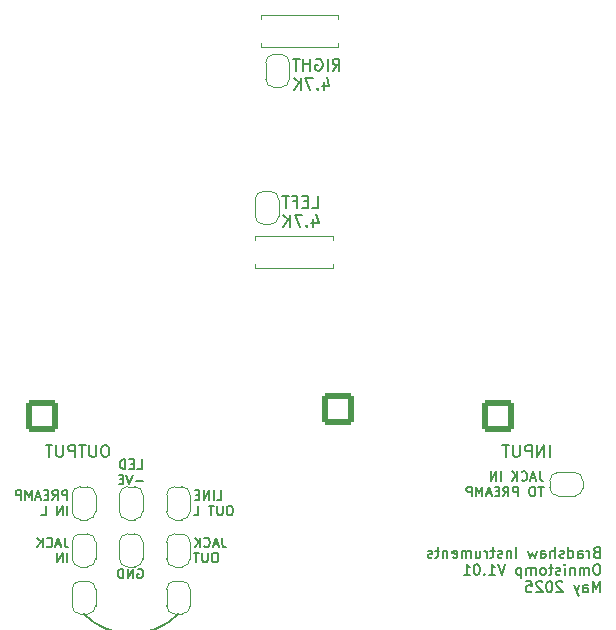
<source format=gbr>
%TF.GenerationSoftware,KiCad,Pcbnew,9.0.1*%
%TF.CreationDate,2025-05-21T23:19:58+01:00*%
%TF.ProjectId,stomp_01,73746f6d-705f-4303-912e-6b696361645f,rev?*%
%TF.SameCoordinates,Original*%
%TF.FileFunction,Legend,Bot*%
%TF.FilePolarity,Positive*%
%FSLAX46Y46*%
G04 Gerber Fmt 4.6, Leading zero omitted, Abs format (unit mm)*
G04 Created by KiCad (PCBNEW 9.0.1) date 2025-05-21 23:19:58*
%MOMM*%
%LPD*%
G01*
G04 APERTURE LIST*
G04 Aperture macros list*
%AMRoundRect*
0 Rectangle with rounded corners*
0 $1 Rounding radius*
0 $2 $3 $4 $5 $6 $7 $8 $9 X,Y pos of 4 corners*
0 Add a 4 corners polygon primitive as box body*
4,1,4,$2,$3,$4,$5,$6,$7,$8,$9,$2,$3,0*
0 Add four circle primitives for the rounded corners*
1,1,$1+$1,$2,$3*
1,1,$1+$1,$4,$5*
1,1,$1+$1,$6,$7*
1,1,$1+$1,$8,$9*
0 Add four rect primitives between the rounded corners*
20,1,$1+$1,$2,$3,$4,$5,0*
20,1,$1+$1,$4,$5,$6,$7,0*
20,1,$1+$1,$6,$7,$8,$9,0*
20,1,$1+$1,$8,$9,$2,$3,0*%
%AMFreePoly0*
4,1,23,0.500000,-0.750000,0.000000,-0.750000,0.000000,-0.745722,-0.065263,-0.745722,-0.191342,-0.711940,-0.304381,-0.646677,-0.396677,-0.554381,-0.461940,-0.441342,-0.495722,-0.315263,-0.495722,-0.250000,-0.500000,-0.250000,-0.500000,0.250000,-0.495722,0.250000,-0.495722,0.315263,-0.461940,0.441342,-0.396677,0.554381,-0.304381,0.646677,-0.191342,0.711940,-0.065263,0.745722,0.000000,0.745722,
0.000000,0.750000,0.500000,0.750000,0.500000,-0.750000,0.500000,-0.750000,$1*%
%AMFreePoly1*
4,1,23,0.000000,0.745722,0.065263,0.745722,0.191342,0.711940,0.304381,0.646677,0.396677,0.554381,0.461940,0.441342,0.495722,0.315263,0.495722,0.250000,0.500000,0.250000,0.500000,-0.250000,0.495722,-0.250000,0.495722,-0.315263,0.461940,-0.441342,0.396677,-0.554381,0.304381,-0.646677,0.191342,-0.711940,0.065263,-0.745722,0.000000,-0.745722,0.000000,-0.750000,-0.500000,-0.750000,
-0.500000,0.750000,0.000000,0.750000,0.000000,0.745722,0.000000,0.745722,$1*%
G04 Aperture macros list end*
%ADD10C,0.150000*%
%ADD11C,0.120000*%
%ADD12C,1.700000*%
%ADD13O,1.700000X1.700000*%
%ADD14C,1.600000*%
%ADD15O,1.600000X1.600000*%
%ADD16C,3.200000*%
%ADD17RoundRect,0.250000X-1.125000X-1.125000X1.125000X-1.125000X1.125000X1.125000X-1.125000X1.125000X0*%
%ADD18C,2.750000*%
%ADD19RoundRect,0.250000X1.125000X1.125000X-1.125000X1.125000X-1.125000X-1.125000X1.125000X-1.125000X0*%
%ADD20R,1.700000X1.700000*%
%ADD21R,2.200000X2.200000*%
%ADD22O,2.200000X2.200000*%
%ADD23R,1.800000X1.800000*%
%ADD24C,1.800000*%
%ADD25O,4.500000X2.800000*%
%ADD26FreePoly0,270.000000*%
%ADD27FreePoly1,270.000000*%
%ADD28FreePoly0,0.000000*%
%ADD29FreePoly1,0.000000*%
%ADD30FreePoly0,90.000000*%
%ADD31FreePoly1,90.000000*%
G04 APERTURE END LIST*
D10*
X94500000Y-127750000D02*
G75*
G02*
X86500000Y-127750000I-4000000J4000001D01*
G01*
X84872268Y-121268318D02*
X84872268Y-121839746D01*
X84872268Y-121839746D02*
X84910363Y-121954032D01*
X84910363Y-121954032D02*
X84986554Y-122030223D01*
X84986554Y-122030223D02*
X85100839Y-122068318D01*
X85100839Y-122068318D02*
X85177030Y-122068318D01*
X84529411Y-121839746D02*
X84148458Y-121839746D01*
X84605601Y-122068318D02*
X84338934Y-121268318D01*
X84338934Y-121268318D02*
X84072268Y-122068318D01*
X83348458Y-121992127D02*
X83386554Y-122030223D01*
X83386554Y-122030223D02*
X83500839Y-122068318D01*
X83500839Y-122068318D02*
X83577030Y-122068318D01*
X83577030Y-122068318D02*
X83691316Y-122030223D01*
X83691316Y-122030223D02*
X83767506Y-121954032D01*
X83767506Y-121954032D02*
X83805601Y-121877842D01*
X83805601Y-121877842D02*
X83843697Y-121725461D01*
X83843697Y-121725461D02*
X83843697Y-121611175D01*
X83843697Y-121611175D02*
X83805601Y-121458794D01*
X83805601Y-121458794D02*
X83767506Y-121382603D01*
X83767506Y-121382603D02*
X83691316Y-121306413D01*
X83691316Y-121306413D02*
X83577030Y-121268318D01*
X83577030Y-121268318D02*
X83500839Y-121268318D01*
X83500839Y-121268318D02*
X83386554Y-121306413D01*
X83386554Y-121306413D02*
X83348458Y-121344508D01*
X83005601Y-122068318D02*
X83005601Y-121268318D01*
X82548458Y-122068318D02*
X82891316Y-121611175D01*
X82548458Y-121268318D02*
X83005601Y-121725461D01*
X85100839Y-123356273D02*
X85100839Y-122556273D01*
X84719887Y-123356273D02*
X84719887Y-122556273D01*
X84719887Y-122556273D02*
X84262744Y-123356273D01*
X84262744Y-123356273D02*
X84262744Y-122556273D01*
X98204874Y-121268318D02*
X98204874Y-121839746D01*
X98204874Y-121839746D02*
X98242969Y-121954032D01*
X98242969Y-121954032D02*
X98319160Y-122030223D01*
X98319160Y-122030223D02*
X98433445Y-122068318D01*
X98433445Y-122068318D02*
X98509636Y-122068318D01*
X97862017Y-121839746D02*
X97481064Y-121839746D01*
X97938207Y-122068318D02*
X97671540Y-121268318D01*
X97671540Y-121268318D02*
X97404874Y-122068318D01*
X96681064Y-121992127D02*
X96719160Y-122030223D01*
X96719160Y-122030223D02*
X96833445Y-122068318D01*
X96833445Y-122068318D02*
X96909636Y-122068318D01*
X96909636Y-122068318D02*
X97023922Y-122030223D01*
X97023922Y-122030223D02*
X97100112Y-121954032D01*
X97100112Y-121954032D02*
X97138207Y-121877842D01*
X97138207Y-121877842D02*
X97176303Y-121725461D01*
X97176303Y-121725461D02*
X97176303Y-121611175D01*
X97176303Y-121611175D02*
X97138207Y-121458794D01*
X97138207Y-121458794D02*
X97100112Y-121382603D01*
X97100112Y-121382603D02*
X97023922Y-121306413D01*
X97023922Y-121306413D02*
X96909636Y-121268318D01*
X96909636Y-121268318D02*
X96833445Y-121268318D01*
X96833445Y-121268318D02*
X96719160Y-121306413D01*
X96719160Y-121306413D02*
X96681064Y-121344508D01*
X96338207Y-122068318D02*
X96338207Y-121268318D01*
X95881064Y-122068318D02*
X96223922Y-121611175D01*
X95881064Y-121268318D02*
X96338207Y-121725461D01*
X97671540Y-122556273D02*
X97519159Y-122556273D01*
X97519159Y-122556273D02*
X97442969Y-122594368D01*
X97442969Y-122594368D02*
X97366778Y-122670558D01*
X97366778Y-122670558D02*
X97328683Y-122822939D01*
X97328683Y-122822939D02*
X97328683Y-123089606D01*
X97328683Y-123089606D02*
X97366778Y-123241987D01*
X97366778Y-123241987D02*
X97442969Y-123318178D01*
X97442969Y-123318178D02*
X97519159Y-123356273D01*
X97519159Y-123356273D02*
X97671540Y-123356273D01*
X97671540Y-123356273D02*
X97747731Y-123318178D01*
X97747731Y-123318178D02*
X97823921Y-123241987D01*
X97823921Y-123241987D02*
X97862017Y-123089606D01*
X97862017Y-123089606D02*
X97862017Y-122822939D01*
X97862017Y-122822939D02*
X97823921Y-122670558D01*
X97823921Y-122670558D02*
X97747731Y-122594368D01*
X97747731Y-122594368D02*
X97671540Y-122556273D01*
X96985826Y-122556273D02*
X96985826Y-123203892D01*
X96985826Y-123203892D02*
X96947731Y-123280082D01*
X96947731Y-123280082D02*
X96909636Y-123318178D01*
X96909636Y-123318178D02*
X96833445Y-123356273D01*
X96833445Y-123356273D02*
X96681064Y-123356273D01*
X96681064Y-123356273D02*
X96604874Y-123318178D01*
X96604874Y-123318178D02*
X96566779Y-123280082D01*
X96566779Y-123280082D02*
X96528683Y-123203892D01*
X96528683Y-123203892D02*
X96528683Y-122556273D01*
X96262017Y-122556273D02*
X95804874Y-122556273D01*
X96033446Y-123356273D02*
X96033446Y-122556273D01*
X91014285Y-115456340D02*
X91395237Y-115456340D01*
X91395237Y-115456340D02*
X91395237Y-114656340D01*
X90747618Y-115037292D02*
X90480952Y-115037292D01*
X90366666Y-115456340D02*
X90747618Y-115456340D01*
X90747618Y-115456340D02*
X90747618Y-114656340D01*
X90747618Y-114656340D02*
X90366666Y-114656340D01*
X90023808Y-115456340D02*
X90023808Y-114656340D01*
X90023808Y-114656340D02*
X89833332Y-114656340D01*
X89833332Y-114656340D02*
X89719046Y-114694435D01*
X89719046Y-114694435D02*
X89642856Y-114770625D01*
X89642856Y-114770625D02*
X89604761Y-114846816D01*
X89604761Y-114846816D02*
X89566665Y-114999197D01*
X89566665Y-114999197D02*
X89566665Y-115113483D01*
X89566665Y-115113483D02*
X89604761Y-115265864D01*
X89604761Y-115265864D02*
X89642856Y-115342054D01*
X89642856Y-115342054D02*
X89719046Y-115418245D01*
X89719046Y-115418245D02*
X89833332Y-115456340D01*
X89833332Y-115456340D02*
X90023808Y-115456340D01*
X91509523Y-116439533D02*
X90900000Y-116439533D01*
X90633333Y-115944295D02*
X90366666Y-116744295D01*
X90366666Y-116744295D02*
X90100000Y-115944295D01*
X89833333Y-116325247D02*
X89566667Y-116325247D01*
X89452381Y-116744295D02*
X89833333Y-116744295D01*
X89833333Y-116744295D02*
X89833333Y-115944295D01*
X89833333Y-115944295D02*
X89452381Y-115944295D01*
X85100839Y-118068318D02*
X85100839Y-117268318D01*
X85100839Y-117268318D02*
X84796077Y-117268318D01*
X84796077Y-117268318D02*
X84719887Y-117306413D01*
X84719887Y-117306413D02*
X84681792Y-117344508D01*
X84681792Y-117344508D02*
X84643696Y-117420699D01*
X84643696Y-117420699D02*
X84643696Y-117534984D01*
X84643696Y-117534984D02*
X84681792Y-117611175D01*
X84681792Y-117611175D02*
X84719887Y-117649270D01*
X84719887Y-117649270D02*
X84796077Y-117687365D01*
X84796077Y-117687365D02*
X85100839Y-117687365D01*
X83843696Y-118068318D02*
X84110363Y-117687365D01*
X84300839Y-118068318D02*
X84300839Y-117268318D01*
X84300839Y-117268318D02*
X83996077Y-117268318D01*
X83996077Y-117268318D02*
X83919887Y-117306413D01*
X83919887Y-117306413D02*
X83881792Y-117344508D01*
X83881792Y-117344508D02*
X83843696Y-117420699D01*
X83843696Y-117420699D02*
X83843696Y-117534984D01*
X83843696Y-117534984D02*
X83881792Y-117611175D01*
X83881792Y-117611175D02*
X83919887Y-117649270D01*
X83919887Y-117649270D02*
X83996077Y-117687365D01*
X83996077Y-117687365D02*
X84300839Y-117687365D01*
X83500839Y-117649270D02*
X83234173Y-117649270D01*
X83119887Y-118068318D02*
X83500839Y-118068318D01*
X83500839Y-118068318D02*
X83500839Y-117268318D01*
X83500839Y-117268318D02*
X83119887Y-117268318D01*
X82815125Y-117839746D02*
X82434172Y-117839746D01*
X82891315Y-118068318D02*
X82624648Y-117268318D01*
X82624648Y-117268318D02*
X82357982Y-118068318D01*
X82091315Y-118068318D02*
X82091315Y-117268318D01*
X82091315Y-117268318D02*
X81824649Y-117839746D01*
X81824649Y-117839746D02*
X81557982Y-117268318D01*
X81557982Y-117268318D02*
X81557982Y-118068318D01*
X81177029Y-118068318D02*
X81177029Y-117268318D01*
X81177029Y-117268318D02*
X80872267Y-117268318D01*
X80872267Y-117268318D02*
X80796077Y-117306413D01*
X80796077Y-117306413D02*
X80757982Y-117344508D01*
X80757982Y-117344508D02*
X80719886Y-117420699D01*
X80719886Y-117420699D02*
X80719886Y-117534984D01*
X80719886Y-117534984D02*
X80757982Y-117611175D01*
X80757982Y-117611175D02*
X80796077Y-117649270D01*
X80796077Y-117649270D02*
X80872267Y-117687365D01*
X80872267Y-117687365D02*
X81177029Y-117687365D01*
X85100839Y-119356273D02*
X85100839Y-118556273D01*
X84719887Y-119356273D02*
X84719887Y-118556273D01*
X84719887Y-118556273D02*
X84262744Y-119356273D01*
X84262744Y-119356273D02*
X84262744Y-118556273D01*
X82891316Y-119356273D02*
X83272268Y-119356273D01*
X83272268Y-119356273D02*
X83272268Y-118556273D01*
X107574874Y-81727347D02*
X107908207Y-81251156D01*
X108146302Y-81727347D02*
X108146302Y-80727347D01*
X108146302Y-80727347D02*
X107765350Y-80727347D01*
X107765350Y-80727347D02*
X107670112Y-80774966D01*
X107670112Y-80774966D02*
X107622493Y-80822585D01*
X107622493Y-80822585D02*
X107574874Y-80917823D01*
X107574874Y-80917823D02*
X107574874Y-81060680D01*
X107574874Y-81060680D02*
X107622493Y-81155918D01*
X107622493Y-81155918D02*
X107670112Y-81203537D01*
X107670112Y-81203537D02*
X107765350Y-81251156D01*
X107765350Y-81251156D02*
X108146302Y-81251156D01*
X107146302Y-81727347D02*
X107146302Y-80727347D01*
X106146303Y-80774966D02*
X106241541Y-80727347D01*
X106241541Y-80727347D02*
X106384398Y-80727347D01*
X106384398Y-80727347D02*
X106527255Y-80774966D01*
X106527255Y-80774966D02*
X106622493Y-80870204D01*
X106622493Y-80870204D02*
X106670112Y-80965442D01*
X106670112Y-80965442D02*
X106717731Y-81155918D01*
X106717731Y-81155918D02*
X106717731Y-81298775D01*
X106717731Y-81298775D02*
X106670112Y-81489251D01*
X106670112Y-81489251D02*
X106622493Y-81584489D01*
X106622493Y-81584489D02*
X106527255Y-81679728D01*
X106527255Y-81679728D02*
X106384398Y-81727347D01*
X106384398Y-81727347D02*
X106289160Y-81727347D01*
X106289160Y-81727347D02*
X106146303Y-81679728D01*
X106146303Y-81679728D02*
X106098684Y-81632108D01*
X106098684Y-81632108D02*
X106098684Y-81298775D01*
X106098684Y-81298775D02*
X106289160Y-81298775D01*
X105670112Y-81727347D02*
X105670112Y-80727347D01*
X105670112Y-81203537D02*
X105098684Y-81203537D01*
X105098684Y-81727347D02*
X105098684Y-80727347D01*
X104765350Y-80727347D02*
X104193922Y-80727347D01*
X104479636Y-81727347D02*
X104479636Y-80727347D01*
X106812969Y-82670624D02*
X106812969Y-83337291D01*
X107051064Y-82289672D02*
X107289159Y-83003957D01*
X107289159Y-83003957D02*
X106670112Y-83003957D01*
X106289159Y-83242052D02*
X106241540Y-83289672D01*
X106241540Y-83289672D02*
X106289159Y-83337291D01*
X106289159Y-83337291D02*
X106336778Y-83289672D01*
X106336778Y-83289672D02*
X106289159Y-83242052D01*
X106289159Y-83242052D02*
X106289159Y-83337291D01*
X105908207Y-82337291D02*
X105241541Y-82337291D01*
X105241541Y-82337291D02*
X105670112Y-83337291D01*
X104860588Y-83337291D02*
X104860588Y-82337291D01*
X104289160Y-83337291D02*
X104717731Y-82765862D01*
X104289160Y-82337291D02*
X104860588Y-82908719D01*
X97747731Y-118068318D02*
X98128683Y-118068318D01*
X98128683Y-118068318D02*
X98128683Y-117268318D01*
X97481064Y-118068318D02*
X97481064Y-117268318D01*
X97100112Y-118068318D02*
X97100112Y-117268318D01*
X97100112Y-117268318D02*
X96642969Y-118068318D01*
X96642969Y-118068318D02*
X96642969Y-117268318D01*
X96262017Y-117649270D02*
X95995351Y-117649270D01*
X95881065Y-118068318D02*
X96262017Y-118068318D01*
X96262017Y-118068318D02*
X96262017Y-117268318D01*
X96262017Y-117268318D02*
X95881065Y-117268318D01*
X98928683Y-118556273D02*
X98776302Y-118556273D01*
X98776302Y-118556273D02*
X98700112Y-118594368D01*
X98700112Y-118594368D02*
X98623921Y-118670558D01*
X98623921Y-118670558D02*
X98585826Y-118822939D01*
X98585826Y-118822939D02*
X98585826Y-119089606D01*
X98585826Y-119089606D02*
X98623921Y-119241987D01*
X98623921Y-119241987D02*
X98700112Y-119318178D01*
X98700112Y-119318178D02*
X98776302Y-119356273D01*
X98776302Y-119356273D02*
X98928683Y-119356273D01*
X98928683Y-119356273D02*
X99004874Y-119318178D01*
X99004874Y-119318178D02*
X99081064Y-119241987D01*
X99081064Y-119241987D02*
X99119160Y-119089606D01*
X99119160Y-119089606D02*
X99119160Y-118822939D01*
X99119160Y-118822939D02*
X99081064Y-118670558D01*
X99081064Y-118670558D02*
X99004874Y-118594368D01*
X99004874Y-118594368D02*
X98928683Y-118556273D01*
X98242969Y-118556273D02*
X98242969Y-119203892D01*
X98242969Y-119203892D02*
X98204874Y-119280082D01*
X98204874Y-119280082D02*
X98166779Y-119318178D01*
X98166779Y-119318178D02*
X98090588Y-119356273D01*
X98090588Y-119356273D02*
X97938207Y-119356273D01*
X97938207Y-119356273D02*
X97862017Y-119318178D01*
X97862017Y-119318178D02*
X97823922Y-119280082D01*
X97823922Y-119280082D02*
X97785826Y-119203892D01*
X97785826Y-119203892D02*
X97785826Y-118556273D01*
X97519160Y-118556273D02*
X97062017Y-118556273D01*
X97290589Y-119356273D02*
X97290589Y-118556273D01*
X95804874Y-119356273D02*
X96185826Y-119356273D01*
X96185826Y-119356273D02*
X96185826Y-118556273D01*
X88404761Y-113454819D02*
X88214285Y-113454819D01*
X88214285Y-113454819D02*
X88119047Y-113502438D01*
X88119047Y-113502438D02*
X88023809Y-113597676D01*
X88023809Y-113597676D02*
X87976190Y-113788152D01*
X87976190Y-113788152D02*
X87976190Y-114121485D01*
X87976190Y-114121485D02*
X88023809Y-114311961D01*
X88023809Y-114311961D02*
X88119047Y-114407200D01*
X88119047Y-114407200D02*
X88214285Y-114454819D01*
X88214285Y-114454819D02*
X88404761Y-114454819D01*
X88404761Y-114454819D02*
X88499999Y-114407200D01*
X88499999Y-114407200D02*
X88595237Y-114311961D01*
X88595237Y-114311961D02*
X88642856Y-114121485D01*
X88642856Y-114121485D02*
X88642856Y-113788152D01*
X88642856Y-113788152D02*
X88595237Y-113597676D01*
X88595237Y-113597676D02*
X88499999Y-113502438D01*
X88499999Y-113502438D02*
X88404761Y-113454819D01*
X87547618Y-113454819D02*
X87547618Y-114264342D01*
X87547618Y-114264342D02*
X87499999Y-114359580D01*
X87499999Y-114359580D02*
X87452380Y-114407200D01*
X87452380Y-114407200D02*
X87357142Y-114454819D01*
X87357142Y-114454819D02*
X87166666Y-114454819D01*
X87166666Y-114454819D02*
X87071428Y-114407200D01*
X87071428Y-114407200D02*
X87023809Y-114359580D01*
X87023809Y-114359580D02*
X86976190Y-114264342D01*
X86976190Y-114264342D02*
X86976190Y-113454819D01*
X86642856Y-113454819D02*
X86071428Y-113454819D01*
X86357142Y-114454819D02*
X86357142Y-113454819D01*
X85738094Y-114454819D02*
X85738094Y-113454819D01*
X85738094Y-113454819D02*
X85357142Y-113454819D01*
X85357142Y-113454819D02*
X85261904Y-113502438D01*
X85261904Y-113502438D02*
X85214285Y-113550057D01*
X85214285Y-113550057D02*
X85166666Y-113645295D01*
X85166666Y-113645295D02*
X85166666Y-113788152D01*
X85166666Y-113788152D02*
X85214285Y-113883390D01*
X85214285Y-113883390D02*
X85261904Y-113931009D01*
X85261904Y-113931009D02*
X85357142Y-113978628D01*
X85357142Y-113978628D02*
X85738094Y-113978628D01*
X84738094Y-113454819D02*
X84738094Y-114264342D01*
X84738094Y-114264342D02*
X84690475Y-114359580D01*
X84690475Y-114359580D02*
X84642856Y-114407200D01*
X84642856Y-114407200D02*
X84547618Y-114454819D01*
X84547618Y-114454819D02*
X84357142Y-114454819D01*
X84357142Y-114454819D02*
X84261904Y-114407200D01*
X84261904Y-114407200D02*
X84214285Y-114359580D01*
X84214285Y-114359580D02*
X84166666Y-114264342D01*
X84166666Y-114264342D02*
X84166666Y-113454819D01*
X83833332Y-113454819D02*
X83261904Y-113454819D01*
X83547618Y-114454819D02*
X83547618Y-113454819D01*
X125082268Y-115668318D02*
X125082268Y-116239746D01*
X125082268Y-116239746D02*
X125120363Y-116354032D01*
X125120363Y-116354032D02*
X125196554Y-116430223D01*
X125196554Y-116430223D02*
X125310839Y-116468318D01*
X125310839Y-116468318D02*
X125387030Y-116468318D01*
X124739411Y-116239746D02*
X124358458Y-116239746D01*
X124815601Y-116468318D02*
X124548934Y-115668318D01*
X124548934Y-115668318D02*
X124282268Y-116468318D01*
X123558458Y-116392127D02*
X123596554Y-116430223D01*
X123596554Y-116430223D02*
X123710839Y-116468318D01*
X123710839Y-116468318D02*
X123787030Y-116468318D01*
X123787030Y-116468318D02*
X123901316Y-116430223D01*
X123901316Y-116430223D02*
X123977506Y-116354032D01*
X123977506Y-116354032D02*
X124015601Y-116277842D01*
X124015601Y-116277842D02*
X124053697Y-116125461D01*
X124053697Y-116125461D02*
X124053697Y-116011175D01*
X124053697Y-116011175D02*
X124015601Y-115858794D01*
X124015601Y-115858794D02*
X123977506Y-115782603D01*
X123977506Y-115782603D02*
X123901316Y-115706413D01*
X123901316Y-115706413D02*
X123787030Y-115668318D01*
X123787030Y-115668318D02*
X123710839Y-115668318D01*
X123710839Y-115668318D02*
X123596554Y-115706413D01*
X123596554Y-115706413D02*
X123558458Y-115744508D01*
X123215601Y-116468318D02*
X123215601Y-115668318D01*
X122758458Y-116468318D02*
X123101316Y-116011175D01*
X122758458Y-115668318D02*
X123215601Y-116125461D01*
X121806077Y-116468318D02*
X121806077Y-115668318D01*
X121425125Y-116468318D02*
X121425125Y-115668318D01*
X121425125Y-115668318D02*
X120967982Y-116468318D01*
X120967982Y-116468318D02*
X120967982Y-115668318D01*
X125425125Y-116956273D02*
X124967982Y-116956273D01*
X125196554Y-117756273D02*
X125196554Y-116956273D01*
X124548934Y-116956273D02*
X124396553Y-116956273D01*
X124396553Y-116956273D02*
X124320363Y-116994368D01*
X124320363Y-116994368D02*
X124244172Y-117070558D01*
X124244172Y-117070558D02*
X124206077Y-117222939D01*
X124206077Y-117222939D02*
X124206077Y-117489606D01*
X124206077Y-117489606D02*
X124244172Y-117641987D01*
X124244172Y-117641987D02*
X124320363Y-117718178D01*
X124320363Y-117718178D02*
X124396553Y-117756273D01*
X124396553Y-117756273D02*
X124548934Y-117756273D01*
X124548934Y-117756273D02*
X124625125Y-117718178D01*
X124625125Y-117718178D02*
X124701315Y-117641987D01*
X124701315Y-117641987D02*
X124739411Y-117489606D01*
X124739411Y-117489606D02*
X124739411Y-117222939D01*
X124739411Y-117222939D02*
X124701315Y-117070558D01*
X124701315Y-117070558D02*
X124625125Y-116994368D01*
X124625125Y-116994368D02*
X124548934Y-116956273D01*
X123253696Y-117756273D02*
X123253696Y-116956273D01*
X123253696Y-116956273D02*
X122948934Y-116956273D01*
X122948934Y-116956273D02*
X122872744Y-116994368D01*
X122872744Y-116994368D02*
X122834649Y-117032463D01*
X122834649Y-117032463D02*
X122796553Y-117108654D01*
X122796553Y-117108654D02*
X122796553Y-117222939D01*
X122796553Y-117222939D02*
X122834649Y-117299130D01*
X122834649Y-117299130D02*
X122872744Y-117337225D01*
X122872744Y-117337225D02*
X122948934Y-117375320D01*
X122948934Y-117375320D02*
X123253696Y-117375320D01*
X121996553Y-117756273D02*
X122263220Y-117375320D01*
X122453696Y-117756273D02*
X122453696Y-116956273D01*
X122453696Y-116956273D02*
X122148934Y-116956273D01*
X122148934Y-116956273D02*
X122072744Y-116994368D01*
X122072744Y-116994368D02*
X122034649Y-117032463D01*
X122034649Y-117032463D02*
X121996553Y-117108654D01*
X121996553Y-117108654D02*
X121996553Y-117222939D01*
X121996553Y-117222939D02*
X122034649Y-117299130D01*
X122034649Y-117299130D02*
X122072744Y-117337225D01*
X122072744Y-117337225D02*
X122148934Y-117375320D01*
X122148934Y-117375320D02*
X122453696Y-117375320D01*
X121653696Y-117337225D02*
X121387030Y-117337225D01*
X121272744Y-117756273D02*
X121653696Y-117756273D01*
X121653696Y-117756273D02*
X121653696Y-116956273D01*
X121653696Y-116956273D02*
X121272744Y-116956273D01*
X120967982Y-117527701D02*
X120587029Y-117527701D01*
X121044172Y-117756273D02*
X120777505Y-116956273D01*
X120777505Y-116956273D02*
X120510839Y-117756273D01*
X120244172Y-117756273D02*
X120244172Y-116956273D01*
X120244172Y-116956273D02*
X119977506Y-117527701D01*
X119977506Y-117527701D02*
X119710839Y-116956273D01*
X119710839Y-116956273D02*
X119710839Y-117756273D01*
X119329886Y-117756273D02*
X119329886Y-116956273D01*
X119329886Y-116956273D02*
X119025124Y-116956273D01*
X119025124Y-116956273D02*
X118948934Y-116994368D01*
X118948934Y-116994368D02*
X118910839Y-117032463D01*
X118910839Y-117032463D02*
X118872743Y-117108654D01*
X118872743Y-117108654D02*
X118872743Y-117222939D01*
X118872743Y-117222939D02*
X118910839Y-117299130D01*
X118910839Y-117299130D02*
X118948934Y-117337225D01*
X118948934Y-117337225D02*
X119025124Y-117375320D01*
X119025124Y-117375320D02*
X119329886Y-117375320D01*
X129887030Y-122512728D02*
X129758458Y-122555585D01*
X129758458Y-122555585D02*
X129715601Y-122598442D01*
X129715601Y-122598442D02*
X129672744Y-122684157D01*
X129672744Y-122684157D02*
X129672744Y-122812728D01*
X129672744Y-122812728D02*
X129715601Y-122898442D01*
X129715601Y-122898442D02*
X129758458Y-122941300D01*
X129758458Y-122941300D02*
X129844173Y-122984157D01*
X129844173Y-122984157D02*
X130187030Y-122984157D01*
X130187030Y-122984157D02*
X130187030Y-122084157D01*
X130187030Y-122084157D02*
X129887030Y-122084157D01*
X129887030Y-122084157D02*
X129801316Y-122127014D01*
X129801316Y-122127014D02*
X129758458Y-122169871D01*
X129758458Y-122169871D02*
X129715601Y-122255585D01*
X129715601Y-122255585D02*
X129715601Y-122341300D01*
X129715601Y-122341300D02*
X129758458Y-122427014D01*
X129758458Y-122427014D02*
X129801316Y-122469871D01*
X129801316Y-122469871D02*
X129887030Y-122512728D01*
X129887030Y-122512728D02*
X130187030Y-122512728D01*
X129287030Y-122984157D02*
X129287030Y-122384157D01*
X129287030Y-122555585D02*
X129244173Y-122469871D01*
X129244173Y-122469871D02*
X129201316Y-122427014D01*
X129201316Y-122427014D02*
X129115601Y-122384157D01*
X129115601Y-122384157D02*
X129029887Y-122384157D01*
X128344173Y-122984157D02*
X128344173Y-122512728D01*
X128344173Y-122512728D02*
X128387030Y-122427014D01*
X128387030Y-122427014D02*
X128472744Y-122384157D01*
X128472744Y-122384157D02*
X128644173Y-122384157D01*
X128644173Y-122384157D02*
X128729887Y-122427014D01*
X128344173Y-122941300D02*
X128429887Y-122984157D01*
X128429887Y-122984157D02*
X128644173Y-122984157D01*
X128644173Y-122984157D02*
X128729887Y-122941300D01*
X128729887Y-122941300D02*
X128772744Y-122855585D01*
X128772744Y-122855585D02*
X128772744Y-122769871D01*
X128772744Y-122769871D02*
X128729887Y-122684157D01*
X128729887Y-122684157D02*
X128644173Y-122641300D01*
X128644173Y-122641300D02*
X128429887Y-122641300D01*
X128429887Y-122641300D02*
X128344173Y-122598442D01*
X127529887Y-122984157D02*
X127529887Y-122084157D01*
X127529887Y-122941300D02*
X127615601Y-122984157D01*
X127615601Y-122984157D02*
X127787029Y-122984157D01*
X127787029Y-122984157D02*
X127872744Y-122941300D01*
X127872744Y-122941300D02*
X127915601Y-122898442D01*
X127915601Y-122898442D02*
X127958458Y-122812728D01*
X127958458Y-122812728D02*
X127958458Y-122555585D01*
X127958458Y-122555585D02*
X127915601Y-122469871D01*
X127915601Y-122469871D02*
X127872744Y-122427014D01*
X127872744Y-122427014D02*
X127787029Y-122384157D01*
X127787029Y-122384157D02*
X127615601Y-122384157D01*
X127615601Y-122384157D02*
X127529887Y-122427014D01*
X127144172Y-122941300D02*
X127058458Y-122984157D01*
X127058458Y-122984157D02*
X126887029Y-122984157D01*
X126887029Y-122984157D02*
X126801315Y-122941300D01*
X126801315Y-122941300D02*
X126758458Y-122855585D01*
X126758458Y-122855585D02*
X126758458Y-122812728D01*
X126758458Y-122812728D02*
X126801315Y-122727014D01*
X126801315Y-122727014D02*
X126887029Y-122684157D01*
X126887029Y-122684157D02*
X127015601Y-122684157D01*
X127015601Y-122684157D02*
X127101315Y-122641300D01*
X127101315Y-122641300D02*
X127144172Y-122555585D01*
X127144172Y-122555585D02*
X127144172Y-122512728D01*
X127144172Y-122512728D02*
X127101315Y-122427014D01*
X127101315Y-122427014D02*
X127015601Y-122384157D01*
X127015601Y-122384157D02*
X126887029Y-122384157D01*
X126887029Y-122384157D02*
X126801315Y-122427014D01*
X126372744Y-122984157D02*
X126372744Y-122084157D01*
X125987030Y-122984157D02*
X125987030Y-122512728D01*
X125987030Y-122512728D02*
X126029887Y-122427014D01*
X126029887Y-122427014D02*
X126115601Y-122384157D01*
X126115601Y-122384157D02*
X126244172Y-122384157D01*
X126244172Y-122384157D02*
X126329887Y-122427014D01*
X126329887Y-122427014D02*
X126372744Y-122469871D01*
X125172744Y-122984157D02*
X125172744Y-122512728D01*
X125172744Y-122512728D02*
X125215601Y-122427014D01*
X125215601Y-122427014D02*
X125301315Y-122384157D01*
X125301315Y-122384157D02*
X125472744Y-122384157D01*
X125472744Y-122384157D02*
X125558458Y-122427014D01*
X125172744Y-122941300D02*
X125258458Y-122984157D01*
X125258458Y-122984157D02*
X125472744Y-122984157D01*
X125472744Y-122984157D02*
X125558458Y-122941300D01*
X125558458Y-122941300D02*
X125601315Y-122855585D01*
X125601315Y-122855585D02*
X125601315Y-122769871D01*
X125601315Y-122769871D02*
X125558458Y-122684157D01*
X125558458Y-122684157D02*
X125472744Y-122641300D01*
X125472744Y-122641300D02*
X125258458Y-122641300D01*
X125258458Y-122641300D02*
X125172744Y-122598442D01*
X124829886Y-122384157D02*
X124658458Y-122984157D01*
X124658458Y-122984157D02*
X124487029Y-122555585D01*
X124487029Y-122555585D02*
X124315600Y-122984157D01*
X124315600Y-122984157D02*
X124144172Y-122384157D01*
X123115601Y-122984157D02*
X123115601Y-122084157D01*
X122687030Y-122384157D02*
X122687030Y-122984157D01*
X122687030Y-122469871D02*
X122644173Y-122427014D01*
X122644173Y-122427014D02*
X122558458Y-122384157D01*
X122558458Y-122384157D02*
X122429887Y-122384157D01*
X122429887Y-122384157D02*
X122344173Y-122427014D01*
X122344173Y-122427014D02*
X122301316Y-122512728D01*
X122301316Y-122512728D02*
X122301316Y-122984157D01*
X121915601Y-122941300D02*
X121829887Y-122984157D01*
X121829887Y-122984157D02*
X121658458Y-122984157D01*
X121658458Y-122984157D02*
X121572744Y-122941300D01*
X121572744Y-122941300D02*
X121529887Y-122855585D01*
X121529887Y-122855585D02*
X121529887Y-122812728D01*
X121529887Y-122812728D02*
X121572744Y-122727014D01*
X121572744Y-122727014D02*
X121658458Y-122684157D01*
X121658458Y-122684157D02*
X121787030Y-122684157D01*
X121787030Y-122684157D02*
X121872744Y-122641300D01*
X121872744Y-122641300D02*
X121915601Y-122555585D01*
X121915601Y-122555585D02*
X121915601Y-122512728D01*
X121915601Y-122512728D02*
X121872744Y-122427014D01*
X121872744Y-122427014D02*
X121787030Y-122384157D01*
X121787030Y-122384157D02*
X121658458Y-122384157D01*
X121658458Y-122384157D02*
X121572744Y-122427014D01*
X121272744Y-122384157D02*
X120929887Y-122384157D01*
X121144173Y-122084157D02*
X121144173Y-122855585D01*
X121144173Y-122855585D02*
X121101316Y-122941300D01*
X121101316Y-122941300D02*
X121015601Y-122984157D01*
X121015601Y-122984157D02*
X120929887Y-122984157D01*
X120629887Y-122984157D02*
X120629887Y-122384157D01*
X120629887Y-122555585D02*
X120587030Y-122469871D01*
X120587030Y-122469871D02*
X120544173Y-122427014D01*
X120544173Y-122427014D02*
X120458458Y-122384157D01*
X120458458Y-122384157D02*
X120372744Y-122384157D01*
X119687030Y-122384157D02*
X119687030Y-122984157D01*
X120072744Y-122384157D02*
X120072744Y-122855585D01*
X120072744Y-122855585D02*
X120029887Y-122941300D01*
X120029887Y-122941300D02*
X119944172Y-122984157D01*
X119944172Y-122984157D02*
X119815601Y-122984157D01*
X119815601Y-122984157D02*
X119729887Y-122941300D01*
X119729887Y-122941300D02*
X119687030Y-122898442D01*
X119258458Y-122984157D02*
X119258458Y-122384157D01*
X119258458Y-122469871D02*
X119215601Y-122427014D01*
X119215601Y-122427014D02*
X119129886Y-122384157D01*
X119129886Y-122384157D02*
X119001315Y-122384157D01*
X119001315Y-122384157D02*
X118915601Y-122427014D01*
X118915601Y-122427014D02*
X118872744Y-122512728D01*
X118872744Y-122512728D02*
X118872744Y-122984157D01*
X118872744Y-122512728D02*
X118829886Y-122427014D01*
X118829886Y-122427014D02*
X118744172Y-122384157D01*
X118744172Y-122384157D02*
X118615601Y-122384157D01*
X118615601Y-122384157D02*
X118529886Y-122427014D01*
X118529886Y-122427014D02*
X118487029Y-122512728D01*
X118487029Y-122512728D02*
X118487029Y-122984157D01*
X117715601Y-122941300D02*
X117801315Y-122984157D01*
X117801315Y-122984157D02*
X117972744Y-122984157D01*
X117972744Y-122984157D02*
X118058458Y-122941300D01*
X118058458Y-122941300D02*
X118101315Y-122855585D01*
X118101315Y-122855585D02*
X118101315Y-122512728D01*
X118101315Y-122512728D02*
X118058458Y-122427014D01*
X118058458Y-122427014D02*
X117972744Y-122384157D01*
X117972744Y-122384157D02*
X117801315Y-122384157D01*
X117801315Y-122384157D02*
X117715601Y-122427014D01*
X117715601Y-122427014D02*
X117672744Y-122512728D01*
X117672744Y-122512728D02*
X117672744Y-122598442D01*
X117672744Y-122598442D02*
X118101315Y-122684157D01*
X117287029Y-122384157D02*
X117287029Y-122984157D01*
X117287029Y-122469871D02*
X117244172Y-122427014D01*
X117244172Y-122427014D02*
X117158457Y-122384157D01*
X117158457Y-122384157D02*
X117029886Y-122384157D01*
X117029886Y-122384157D02*
X116944172Y-122427014D01*
X116944172Y-122427014D02*
X116901315Y-122512728D01*
X116901315Y-122512728D02*
X116901315Y-122984157D01*
X116601314Y-122384157D02*
X116258457Y-122384157D01*
X116472743Y-122084157D02*
X116472743Y-122855585D01*
X116472743Y-122855585D02*
X116429886Y-122941300D01*
X116429886Y-122941300D02*
X116344171Y-122984157D01*
X116344171Y-122984157D02*
X116258457Y-122984157D01*
X116001314Y-122941300D02*
X115915600Y-122984157D01*
X115915600Y-122984157D02*
X115744171Y-122984157D01*
X115744171Y-122984157D02*
X115658457Y-122941300D01*
X115658457Y-122941300D02*
X115615600Y-122855585D01*
X115615600Y-122855585D02*
X115615600Y-122812728D01*
X115615600Y-122812728D02*
X115658457Y-122727014D01*
X115658457Y-122727014D02*
X115744171Y-122684157D01*
X115744171Y-122684157D02*
X115872743Y-122684157D01*
X115872743Y-122684157D02*
X115958457Y-122641300D01*
X115958457Y-122641300D02*
X116001314Y-122555585D01*
X116001314Y-122555585D02*
X116001314Y-122512728D01*
X116001314Y-122512728D02*
X115958457Y-122427014D01*
X115958457Y-122427014D02*
X115872743Y-122384157D01*
X115872743Y-122384157D02*
X115744171Y-122384157D01*
X115744171Y-122384157D02*
X115658457Y-122427014D01*
X130015601Y-123533107D02*
X129844173Y-123533107D01*
X129844173Y-123533107D02*
X129758458Y-123575964D01*
X129758458Y-123575964D02*
X129672744Y-123661678D01*
X129672744Y-123661678D02*
X129629887Y-123833107D01*
X129629887Y-123833107D02*
X129629887Y-124133107D01*
X129629887Y-124133107D02*
X129672744Y-124304535D01*
X129672744Y-124304535D02*
X129758458Y-124390250D01*
X129758458Y-124390250D02*
X129844173Y-124433107D01*
X129844173Y-124433107D02*
X130015601Y-124433107D01*
X130015601Y-124433107D02*
X130101316Y-124390250D01*
X130101316Y-124390250D02*
X130187030Y-124304535D01*
X130187030Y-124304535D02*
X130229887Y-124133107D01*
X130229887Y-124133107D02*
X130229887Y-123833107D01*
X130229887Y-123833107D02*
X130187030Y-123661678D01*
X130187030Y-123661678D02*
X130101316Y-123575964D01*
X130101316Y-123575964D02*
X130015601Y-123533107D01*
X129244173Y-124433107D02*
X129244173Y-123833107D01*
X129244173Y-123918821D02*
X129201316Y-123875964D01*
X129201316Y-123875964D02*
X129115601Y-123833107D01*
X129115601Y-123833107D02*
X128987030Y-123833107D01*
X128987030Y-123833107D02*
X128901316Y-123875964D01*
X128901316Y-123875964D02*
X128858459Y-123961678D01*
X128858459Y-123961678D02*
X128858459Y-124433107D01*
X128858459Y-123961678D02*
X128815601Y-123875964D01*
X128815601Y-123875964D02*
X128729887Y-123833107D01*
X128729887Y-123833107D02*
X128601316Y-123833107D01*
X128601316Y-123833107D02*
X128515601Y-123875964D01*
X128515601Y-123875964D02*
X128472744Y-123961678D01*
X128472744Y-123961678D02*
X128472744Y-124433107D01*
X128044173Y-123833107D02*
X128044173Y-124433107D01*
X128044173Y-123918821D02*
X128001316Y-123875964D01*
X128001316Y-123875964D02*
X127915601Y-123833107D01*
X127915601Y-123833107D02*
X127787030Y-123833107D01*
X127787030Y-123833107D02*
X127701316Y-123875964D01*
X127701316Y-123875964D02*
X127658459Y-123961678D01*
X127658459Y-123961678D02*
X127658459Y-124433107D01*
X127229887Y-124433107D02*
X127229887Y-123833107D01*
X127229887Y-123533107D02*
X127272744Y-123575964D01*
X127272744Y-123575964D02*
X127229887Y-123618821D01*
X127229887Y-123618821D02*
X127187030Y-123575964D01*
X127187030Y-123575964D02*
X127229887Y-123533107D01*
X127229887Y-123533107D02*
X127229887Y-123618821D01*
X126844173Y-124390250D02*
X126758459Y-124433107D01*
X126758459Y-124433107D02*
X126587030Y-124433107D01*
X126587030Y-124433107D02*
X126501316Y-124390250D01*
X126501316Y-124390250D02*
X126458459Y-124304535D01*
X126458459Y-124304535D02*
X126458459Y-124261678D01*
X126458459Y-124261678D02*
X126501316Y-124175964D01*
X126501316Y-124175964D02*
X126587030Y-124133107D01*
X126587030Y-124133107D02*
X126715602Y-124133107D01*
X126715602Y-124133107D02*
X126801316Y-124090250D01*
X126801316Y-124090250D02*
X126844173Y-124004535D01*
X126844173Y-124004535D02*
X126844173Y-123961678D01*
X126844173Y-123961678D02*
X126801316Y-123875964D01*
X126801316Y-123875964D02*
X126715602Y-123833107D01*
X126715602Y-123833107D02*
X126587030Y-123833107D01*
X126587030Y-123833107D02*
X126501316Y-123875964D01*
X126201316Y-123833107D02*
X125858459Y-123833107D01*
X126072745Y-123533107D02*
X126072745Y-124304535D01*
X126072745Y-124304535D02*
X126029888Y-124390250D01*
X126029888Y-124390250D02*
X125944173Y-124433107D01*
X125944173Y-124433107D02*
X125858459Y-124433107D01*
X125429887Y-124433107D02*
X125515602Y-124390250D01*
X125515602Y-124390250D02*
X125558459Y-124347392D01*
X125558459Y-124347392D02*
X125601316Y-124261678D01*
X125601316Y-124261678D02*
X125601316Y-124004535D01*
X125601316Y-124004535D02*
X125558459Y-123918821D01*
X125558459Y-123918821D02*
X125515602Y-123875964D01*
X125515602Y-123875964D02*
X125429887Y-123833107D01*
X125429887Y-123833107D02*
X125301316Y-123833107D01*
X125301316Y-123833107D02*
X125215602Y-123875964D01*
X125215602Y-123875964D02*
X125172745Y-123918821D01*
X125172745Y-123918821D02*
X125129887Y-124004535D01*
X125129887Y-124004535D02*
X125129887Y-124261678D01*
X125129887Y-124261678D02*
X125172745Y-124347392D01*
X125172745Y-124347392D02*
X125215602Y-124390250D01*
X125215602Y-124390250D02*
X125301316Y-124433107D01*
X125301316Y-124433107D02*
X125429887Y-124433107D01*
X124744173Y-124433107D02*
X124744173Y-123833107D01*
X124744173Y-123918821D02*
X124701316Y-123875964D01*
X124701316Y-123875964D02*
X124615601Y-123833107D01*
X124615601Y-123833107D02*
X124487030Y-123833107D01*
X124487030Y-123833107D02*
X124401316Y-123875964D01*
X124401316Y-123875964D02*
X124358459Y-123961678D01*
X124358459Y-123961678D02*
X124358459Y-124433107D01*
X124358459Y-123961678D02*
X124315601Y-123875964D01*
X124315601Y-123875964D02*
X124229887Y-123833107D01*
X124229887Y-123833107D02*
X124101316Y-123833107D01*
X124101316Y-123833107D02*
X124015601Y-123875964D01*
X124015601Y-123875964D02*
X123972744Y-123961678D01*
X123972744Y-123961678D02*
X123972744Y-124433107D01*
X123544173Y-123833107D02*
X123544173Y-124733107D01*
X123544173Y-123875964D02*
X123458459Y-123833107D01*
X123458459Y-123833107D02*
X123287030Y-123833107D01*
X123287030Y-123833107D02*
X123201316Y-123875964D01*
X123201316Y-123875964D02*
X123158459Y-123918821D01*
X123158459Y-123918821D02*
X123115601Y-124004535D01*
X123115601Y-124004535D02*
X123115601Y-124261678D01*
X123115601Y-124261678D02*
X123158459Y-124347392D01*
X123158459Y-124347392D02*
X123201316Y-124390250D01*
X123201316Y-124390250D02*
X123287030Y-124433107D01*
X123287030Y-124433107D02*
X123458459Y-124433107D01*
X123458459Y-124433107D02*
X123544173Y-124390250D01*
X122172744Y-123533107D02*
X121872744Y-124433107D01*
X121872744Y-124433107D02*
X121572744Y-123533107D01*
X120801315Y-124433107D02*
X121315601Y-124433107D01*
X121058458Y-124433107D02*
X121058458Y-123533107D01*
X121058458Y-123533107D02*
X121144172Y-123661678D01*
X121144172Y-123661678D02*
X121229887Y-123747392D01*
X121229887Y-123747392D02*
X121315601Y-123790250D01*
X120415601Y-124347392D02*
X120372744Y-124390250D01*
X120372744Y-124390250D02*
X120415601Y-124433107D01*
X120415601Y-124433107D02*
X120458458Y-124390250D01*
X120458458Y-124390250D02*
X120415601Y-124347392D01*
X120415601Y-124347392D02*
X120415601Y-124433107D01*
X119815601Y-123533107D02*
X119729887Y-123533107D01*
X119729887Y-123533107D02*
X119644173Y-123575964D01*
X119644173Y-123575964D02*
X119601316Y-123618821D01*
X119601316Y-123618821D02*
X119558458Y-123704535D01*
X119558458Y-123704535D02*
X119515601Y-123875964D01*
X119515601Y-123875964D02*
X119515601Y-124090250D01*
X119515601Y-124090250D02*
X119558458Y-124261678D01*
X119558458Y-124261678D02*
X119601316Y-124347392D01*
X119601316Y-124347392D02*
X119644173Y-124390250D01*
X119644173Y-124390250D02*
X119729887Y-124433107D01*
X119729887Y-124433107D02*
X119815601Y-124433107D01*
X119815601Y-124433107D02*
X119901316Y-124390250D01*
X119901316Y-124390250D02*
X119944173Y-124347392D01*
X119944173Y-124347392D02*
X119987030Y-124261678D01*
X119987030Y-124261678D02*
X120029887Y-124090250D01*
X120029887Y-124090250D02*
X120029887Y-123875964D01*
X120029887Y-123875964D02*
X119987030Y-123704535D01*
X119987030Y-123704535D02*
X119944173Y-123618821D01*
X119944173Y-123618821D02*
X119901316Y-123575964D01*
X119901316Y-123575964D02*
X119815601Y-123533107D01*
X118658458Y-124433107D02*
X119172744Y-124433107D01*
X118915601Y-124433107D02*
X118915601Y-123533107D01*
X118915601Y-123533107D02*
X119001315Y-123661678D01*
X119001315Y-123661678D02*
X119087030Y-123747392D01*
X119087030Y-123747392D02*
X119172744Y-123790250D01*
X130187030Y-125882057D02*
X130187030Y-124982057D01*
X130187030Y-124982057D02*
X129887030Y-125624914D01*
X129887030Y-125624914D02*
X129587030Y-124982057D01*
X129587030Y-124982057D02*
X129587030Y-125882057D01*
X128772745Y-125882057D02*
X128772745Y-125410628D01*
X128772745Y-125410628D02*
X128815602Y-125324914D01*
X128815602Y-125324914D02*
X128901316Y-125282057D01*
X128901316Y-125282057D02*
X129072745Y-125282057D01*
X129072745Y-125282057D02*
X129158459Y-125324914D01*
X128772745Y-125839200D02*
X128858459Y-125882057D01*
X128858459Y-125882057D02*
X129072745Y-125882057D01*
X129072745Y-125882057D02*
X129158459Y-125839200D01*
X129158459Y-125839200D02*
X129201316Y-125753485D01*
X129201316Y-125753485D02*
X129201316Y-125667771D01*
X129201316Y-125667771D02*
X129158459Y-125582057D01*
X129158459Y-125582057D02*
X129072745Y-125539200D01*
X129072745Y-125539200D02*
X128858459Y-125539200D01*
X128858459Y-125539200D02*
X128772745Y-125496342D01*
X128429887Y-125282057D02*
X128215601Y-125882057D01*
X128001316Y-125282057D02*
X128215601Y-125882057D01*
X128215601Y-125882057D02*
X128301316Y-126096342D01*
X128301316Y-126096342D02*
X128344173Y-126139200D01*
X128344173Y-126139200D02*
X128429887Y-126182057D01*
X127015602Y-125067771D02*
X126972745Y-125024914D01*
X126972745Y-125024914D02*
X126887031Y-124982057D01*
X126887031Y-124982057D02*
X126672745Y-124982057D01*
X126672745Y-124982057D02*
X126587031Y-125024914D01*
X126587031Y-125024914D02*
X126544173Y-125067771D01*
X126544173Y-125067771D02*
X126501316Y-125153485D01*
X126501316Y-125153485D02*
X126501316Y-125239200D01*
X126501316Y-125239200D02*
X126544173Y-125367771D01*
X126544173Y-125367771D02*
X127058459Y-125882057D01*
X127058459Y-125882057D02*
X126501316Y-125882057D01*
X125944173Y-124982057D02*
X125858459Y-124982057D01*
X125858459Y-124982057D02*
X125772745Y-125024914D01*
X125772745Y-125024914D02*
X125729888Y-125067771D01*
X125729888Y-125067771D02*
X125687030Y-125153485D01*
X125687030Y-125153485D02*
X125644173Y-125324914D01*
X125644173Y-125324914D02*
X125644173Y-125539200D01*
X125644173Y-125539200D02*
X125687030Y-125710628D01*
X125687030Y-125710628D02*
X125729888Y-125796342D01*
X125729888Y-125796342D02*
X125772745Y-125839200D01*
X125772745Y-125839200D02*
X125858459Y-125882057D01*
X125858459Y-125882057D02*
X125944173Y-125882057D01*
X125944173Y-125882057D02*
X126029888Y-125839200D01*
X126029888Y-125839200D02*
X126072745Y-125796342D01*
X126072745Y-125796342D02*
X126115602Y-125710628D01*
X126115602Y-125710628D02*
X126158459Y-125539200D01*
X126158459Y-125539200D02*
X126158459Y-125324914D01*
X126158459Y-125324914D02*
X126115602Y-125153485D01*
X126115602Y-125153485D02*
X126072745Y-125067771D01*
X126072745Y-125067771D02*
X126029888Y-125024914D01*
X126029888Y-125024914D02*
X125944173Y-124982057D01*
X125301316Y-125067771D02*
X125258459Y-125024914D01*
X125258459Y-125024914D02*
X125172745Y-124982057D01*
X125172745Y-124982057D02*
X124958459Y-124982057D01*
X124958459Y-124982057D02*
X124872745Y-125024914D01*
X124872745Y-125024914D02*
X124829887Y-125067771D01*
X124829887Y-125067771D02*
X124787030Y-125153485D01*
X124787030Y-125153485D02*
X124787030Y-125239200D01*
X124787030Y-125239200D02*
X124829887Y-125367771D01*
X124829887Y-125367771D02*
X125344173Y-125882057D01*
X125344173Y-125882057D02*
X124787030Y-125882057D01*
X123972744Y-124982057D02*
X124401316Y-124982057D01*
X124401316Y-124982057D02*
X124444173Y-125410628D01*
X124444173Y-125410628D02*
X124401316Y-125367771D01*
X124401316Y-125367771D02*
X124315602Y-125324914D01*
X124315602Y-125324914D02*
X124101316Y-125324914D01*
X124101316Y-125324914D02*
X124015602Y-125367771D01*
X124015602Y-125367771D02*
X123972744Y-125410628D01*
X123972744Y-125410628D02*
X123929887Y-125496342D01*
X123929887Y-125496342D02*
X123929887Y-125710628D01*
X123929887Y-125710628D02*
X123972744Y-125796342D01*
X123972744Y-125796342D02*
X124015602Y-125839200D01*
X124015602Y-125839200D02*
X124101316Y-125882057D01*
X124101316Y-125882057D02*
X124315602Y-125882057D01*
X124315602Y-125882057D02*
X124401316Y-125839200D01*
X124401316Y-125839200D02*
X124444173Y-125796342D01*
X91059523Y-123958390D02*
X91135713Y-123920295D01*
X91135713Y-123920295D02*
X91249999Y-123920295D01*
X91249999Y-123920295D02*
X91364285Y-123958390D01*
X91364285Y-123958390D02*
X91440475Y-124034580D01*
X91440475Y-124034580D02*
X91478570Y-124110771D01*
X91478570Y-124110771D02*
X91516666Y-124263152D01*
X91516666Y-124263152D02*
X91516666Y-124377438D01*
X91516666Y-124377438D02*
X91478570Y-124529819D01*
X91478570Y-124529819D02*
X91440475Y-124606009D01*
X91440475Y-124606009D02*
X91364285Y-124682200D01*
X91364285Y-124682200D02*
X91249999Y-124720295D01*
X91249999Y-124720295D02*
X91173808Y-124720295D01*
X91173808Y-124720295D02*
X91059523Y-124682200D01*
X91059523Y-124682200D02*
X91021427Y-124644104D01*
X91021427Y-124644104D02*
X91021427Y-124377438D01*
X91021427Y-124377438D02*
X91173808Y-124377438D01*
X90678570Y-124720295D02*
X90678570Y-123920295D01*
X90678570Y-123920295D02*
X90221427Y-124720295D01*
X90221427Y-124720295D02*
X90221427Y-123920295D01*
X89840475Y-124720295D02*
X89840475Y-123920295D01*
X89840475Y-123920295D02*
X89649999Y-123920295D01*
X89649999Y-123920295D02*
X89535713Y-123958390D01*
X89535713Y-123958390D02*
X89459523Y-124034580D01*
X89459523Y-124034580D02*
X89421428Y-124110771D01*
X89421428Y-124110771D02*
X89383332Y-124263152D01*
X89383332Y-124263152D02*
X89383332Y-124377438D01*
X89383332Y-124377438D02*
X89421428Y-124529819D01*
X89421428Y-124529819D02*
X89459523Y-124606009D01*
X89459523Y-124606009D02*
X89535713Y-124682200D01*
X89535713Y-124682200D02*
X89649999Y-124720295D01*
X89649999Y-124720295D02*
X89840475Y-124720295D01*
X105817732Y-93327347D02*
X106293922Y-93327347D01*
X106293922Y-93327347D02*
X106293922Y-92327347D01*
X105484398Y-92803537D02*
X105151065Y-92803537D01*
X105008208Y-93327347D02*
X105484398Y-93327347D01*
X105484398Y-93327347D02*
X105484398Y-92327347D01*
X105484398Y-92327347D02*
X105008208Y-92327347D01*
X104246303Y-92803537D02*
X104579636Y-92803537D01*
X104579636Y-93327347D02*
X104579636Y-92327347D01*
X104579636Y-92327347D02*
X104103446Y-92327347D01*
X103865350Y-92327347D02*
X103293922Y-92327347D01*
X103579636Y-93327347D02*
X103579636Y-92327347D01*
X105912969Y-94270624D02*
X105912969Y-94937291D01*
X106151064Y-93889672D02*
X106389159Y-94603957D01*
X106389159Y-94603957D02*
X105770112Y-94603957D01*
X105389159Y-94842052D02*
X105341540Y-94889672D01*
X105341540Y-94889672D02*
X105389159Y-94937291D01*
X105389159Y-94937291D02*
X105436778Y-94889672D01*
X105436778Y-94889672D02*
X105389159Y-94842052D01*
X105389159Y-94842052D02*
X105389159Y-94937291D01*
X105008207Y-93937291D02*
X104341541Y-93937291D01*
X104341541Y-93937291D02*
X104770112Y-94937291D01*
X103960588Y-94937291D02*
X103960588Y-93937291D01*
X103389160Y-94937291D02*
X103817731Y-94365862D01*
X103389160Y-93937291D02*
X103960588Y-94508719D01*
X125928570Y-114454819D02*
X125928570Y-113454819D01*
X125452380Y-114454819D02*
X125452380Y-113454819D01*
X125452380Y-113454819D02*
X124880952Y-114454819D01*
X124880952Y-114454819D02*
X124880952Y-113454819D01*
X124404761Y-114454819D02*
X124404761Y-113454819D01*
X124404761Y-113454819D02*
X124023809Y-113454819D01*
X124023809Y-113454819D02*
X123928571Y-113502438D01*
X123928571Y-113502438D02*
X123880952Y-113550057D01*
X123880952Y-113550057D02*
X123833333Y-113645295D01*
X123833333Y-113645295D02*
X123833333Y-113788152D01*
X123833333Y-113788152D02*
X123880952Y-113883390D01*
X123880952Y-113883390D02*
X123928571Y-113931009D01*
X123928571Y-113931009D02*
X124023809Y-113978628D01*
X124023809Y-113978628D02*
X124404761Y-113978628D01*
X123404761Y-113454819D02*
X123404761Y-114264342D01*
X123404761Y-114264342D02*
X123357142Y-114359580D01*
X123357142Y-114359580D02*
X123309523Y-114407200D01*
X123309523Y-114407200D02*
X123214285Y-114454819D01*
X123214285Y-114454819D02*
X123023809Y-114454819D01*
X123023809Y-114454819D02*
X122928571Y-114407200D01*
X122928571Y-114407200D02*
X122880952Y-114359580D01*
X122880952Y-114359580D02*
X122833333Y-114264342D01*
X122833333Y-114264342D02*
X122833333Y-113454819D01*
X122499999Y-113454819D02*
X121928571Y-113454819D01*
X122214285Y-114454819D02*
X122214285Y-113454819D01*
D11*
%TO.C,JP6*%
X89500000Y-121650000D02*
X89500000Y-123050000D01*
X90200000Y-123750000D02*
X90800000Y-123750000D01*
X90800000Y-120950000D02*
X90200000Y-120950000D01*
X91500000Y-123050000D02*
X91500000Y-121650000D01*
X89500000Y-121650000D02*
G75*
G02*
X90200000Y-120950000I699999J1D01*
G01*
X90200000Y-123750000D02*
G75*
G02*
X89500000Y-123050000I0J700000D01*
G01*
X90800000Y-120950000D02*
G75*
G02*
X91500000Y-121650000I1J-699999D01*
G01*
X91500000Y-123050000D02*
G75*
G02*
X90800000Y-123750000I-700000J0D01*
G01*
%TO.C,JP7*%
X89500000Y-117650000D02*
X89500000Y-119050000D01*
X90200000Y-119750000D02*
X90800000Y-119750000D01*
X90800000Y-116950000D02*
X90200000Y-116950000D01*
X91500000Y-119050000D02*
X91500000Y-117650000D01*
X89500000Y-117650000D02*
G75*
G02*
X90200000Y-116950000I699999J1D01*
G01*
X90200000Y-119750000D02*
G75*
G02*
X89500000Y-119050000I0J700000D01*
G01*
X90800000Y-116950000D02*
G75*
G02*
X91500000Y-117650000I1J-699999D01*
G01*
X91500000Y-119050000D02*
G75*
G02*
X90800000Y-119750000I-700000J0D01*
G01*
%TO.C,JP11*%
X125950000Y-116450000D02*
X125950000Y-117050000D01*
X126650000Y-117750000D02*
X128050000Y-117750000D01*
X128050000Y-115750000D02*
X126650000Y-115750000D01*
X128750000Y-117050000D02*
X128750000Y-116450000D01*
X125950000Y-116450000D02*
G75*
G02*
X126650000Y-115750000I699999J1D01*
G01*
X126650000Y-117750000D02*
G75*
G02*
X125950000Y-117050000I-1J699999D01*
G01*
X128050000Y-115750000D02*
G75*
G02*
X128750000Y-116450000I0J-700000D01*
G01*
X128750000Y-117050000D02*
G75*
G02*
X128050000Y-117750000I-700000J0D01*
G01*
%TO.C,JP9*%
X93500000Y-121650000D02*
X93500000Y-123050000D01*
X94200000Y-123750000D02*
X94800000Y-123750000D01*
X94800000Y-120950000D02*
X94200000Y-120950000D01*
X95500000Y-123050000D02*
X95500000Y-121650000D01*
X93500000Y-121650000D02*
G75*
G02*
X94200000Y-120950000I700000J0D01*
G01*
X94200000Y-123750000D02*
G75*
G02*
X93500000Y-123050000I-1J699999D01*
G01*
X94800000Y-120950000D02*
G75*
G02*
X95500000Y-121650000I0J-700000D01*
G01*
X95500000Y-123050000D02*
G75*
G02*
X94800000Y-123750000I-699999J-1D01*
G01*
%TO.C,JP10*%
X93500000Y-117650000D02*
X93500000Y-119050000D01*
X94200000Y-119750000D02*
X94800000Y-119750000D01*
X94800000Y-116950000D02*
X94200000Y-116950000D01*
X95500000Y-119050000D02*
X95500000Y-117650000D01*
X93500000Y-117650000D02*
G75*
G02*
X94200000Y-116950000I700000J0D01*
G01*
X94200000Y-119750000D02*
G75*
G02*
X93500000Y-119050000I-1J699999D01*
G01*
X94800000Y-116950000D02*
G75*
G02*
X95500000Y-117650000I0J-700000D01*
G01*
X95500000Y-119050000D02*
G75*
G02*
X94800000Y-119750000I-699999J-1D01*
G01*
%TO.C,JP5*%
X85500000Y-117650000D02*
X85500000Y-119050000D01*
X86200000Y-119750000D02*
X86800000Y-119750000D01*
X86800000Y-116950000D02*
X86200000Y-116950000D01*
X87500000Y-119050000D02*
X87500000Y-117650000D01*
X85500000Y-117650000D02*
G75*
G02*
X86200000Y-116950000I699999J1D01*
G01*
X86200000Y-119750000D02*
G75*
G02*
X85500000Y-119050000I0J700000D01*
G01*
X86800000Y-116950000D02*
G75*
G02*
X87500000Y-117650000I1J-699999D01*
G01*
X87500000Y-119050000D02*
G75*
G02*
X86800000Y-119750000I-700000J0D01*
G01*
%TO.C,JP8*%
X93500000Y-125650000D02*
X93500000Y-127050000D01*
X94200000Y-127750000D02*
X94800000Y-127750000D01*
X94800000Y-124950000D02*
X94200000Y-124950000D01*
X95500000Y-127050000D02*
X95500000Y-125650000D01*
X93500000Y-125650000D02*
G75*
G02*
X94200000Y-124950000I700000J0D01*
G01*
X94200000Y-127750000D02*
G75*
G02*
X93500000Y-127050000I-1J699999D01*
G01*
X94800000Y-124950000D02*
G75*
G02*
X95500000Y-125650000I0J-700000D01*
G01*
X95500000Y-127050000D02*
G75*
G02*
X94800000Y-127750000I-699999J-1D01*
G01*
%TO.C,JP2*%
X101900000Y-81050000D02*
X101900000Y-82450000D01*
X102600000Y-83150000D02*
X103200000Y-83150000D01*
X103200000Y-80350000D02*
X102600000Y-80350000D01*
X103900000Y-82450000D02*
X103900000Y-81050000D01*
X101900000Y-81050000D02*
G75*
G02*
X102600000Y-80350000I700000J0D01*
G01*
X102600000Y-83150000D02*
G75*
G02*
X101900000Y-82450000I-1J699999D01*
G01*
X103200000Y-80350000D02*
G75*
G02*
X103900000Y-81050000I0J-700000D01*
G01*
X103900000Y-82450000D02*
G75*
G02*
X103200000Y-83150000I-699999J-1D01*
G01*
%TO.C,JP3*%
X85500000Y-125650000D02*
X85500000Y-127050000D01*
X86200000Y-127750000D02*
X86800000Y-127750000D01*
X86800000Y-124950000D02*
X86200000Y-124950000D01*
X87500000Y-127050000D02*
X87500000Y-125650000D01*
X85500000Y-125650000D02*
G75*
G02*
X86200000Y-124950000I699999J1D01*
G01*
X86200000Y-127750000D02*
G75*
G02*
X85500000Y-127050000I0J700000D01*
G01*
X86800000Y-124950000D02*
G75*
G02*
X87500000Y-125650000I1J-699999D01*
G01*
X87500000Y-127050000D02*
G75*
G02*
X86800000Y-127750000I-700000J0D01*
G01*
%TO.C,R14*%
X101520000Y-77030000D02*
X101520000Y-77360000D01*
X101520000Y-79770000D02*
X101520000Y-79440000D01*
X108060000Y-77030000D02*
X101520000Y-77030000D01*
X108060000Y-77360000D02*
X108060000Y-77030000D01*
X108060000Y-79440000D02*
X108060000Y-79770000D01*
X108060000Y-79770000D02*
X101520000Y-79770000D01*
%TO.C,JP4*%
X85500000Y-121650000D02*
X85500000Y-123050000D01*
X86200000Y-123750000D02*
X86800000Y-123750000D01*
X86800000Y-120950000D02*
X86200000Y-120950000D01*
X87500000Y-123050000D02*
X87500000Y-121650000D01*
X85500000Y-121650000D02*
G75*
G02*
X86200000Y-120950000I699999J1D01*
G01*
X86200000Y-123750000D02*
G75*
G02*
X85500000Y-123050000I0J700000D01*
G01*
X86800000Y-120950000D02*
G75*
G02*
X87500000Y-121650000I1J-699999D01*
G01*
X87500000Y-123050000D02*
G75*
G02*
X86800000Y-123750000I-700000J0D01*
G01*
%TO.C,JP1*%
X101000000Y-92650000D02*
X101000000Y-94050000D01*
X101700000Y-94750000D02*
X102300000Y-94750000D01*
X102300000Y-91950000D02*
X101700000Y-91950000D01*
X103000000Y-94050000D02*
X103000000Y-92650000D01*
X101000000Y-92650000D02*
G75*
G02*
X101700000Y-91950000I699999J1D01*
G01*
X101700000Y-94750000D02*
G75*
G02*
X101000000Y-94050000I0J700000D01*
G01*
X102300000Y-91950000D02*
G75*
G02*
X103000000Y-92650000I1J-699999D01*
G01*
X103000000Y-94050000D02*
G75*
G02*
X102300000Y-94750000I-700000J0D01*
G01*
%TO.C,R12*%
X101030000Y-95730000D02*
X101030000Y-96060000D01*
X101030000Y-98470000D02*
X101030000Y-98140000D01*
X107570000Y-95730000D02*
X101030000Y-95730000D01*
X107570000Y-96060000D02*
X107570000Y-95730000D01*
X107570000Y-98140000D02*
X107570000Y-98470000D01*
X107570000Y-98470000D02*
X101030000Y-98470000D01*
%TD*%
%LPC*%
%TO.C,JP6*%
G36*
X89750000Y-122200000D02*
G01*
X91250000Y-122200000D01*
X91250000Y-122500000D01*
X89750000Y-122500000D01*
X89750000Y-122200000D01*
G37*
%TO.C,JP7*%
G36*
X89750000Y-118200000D02*
G01*
X91250000Y-118200000D01*
X91250000Y-118500000D01*
X89750000Y-118500000D01*
X89750000Y-118200000D01*
G37*
%TO.C,JP11*%
G36*
X127200000Y-117500000D02*
G01*
X127500000Y-117500000D01*
X127500000Y-116000000D01*
X127200000Y-116000000D01*
X127200000Y-117500000D01*
G37*
%TO.C,JP9*%
G36*
X95250000Y-122500000D02*
G01*
X93750000Y-122500000D01*
X93750000Y-122200000D01*
X95250000Y-122200000D01*
X95250000Y-122500000D01*
G37*
%TO.C,JP10*%
G36*
X95250000Y-118500000D02*
G01*
X93750000Y-118500000D01*
X93750000Y-118200000D01*
X95250000Y-118200000D01*
X95250000Y-118500000D01*
G37*
%TO.C,JP5*%
G36*
X85750000Y-118200000D02*
G01*
X87250000Y-118200000D01*
X87250000Y-118500000D01*
X85750000Y-118500000D01*
X85750000Y-118200000D01*
G37*
%TO.C,JP8*%
G36*
X95250000Y-126500000D02*
G01*
X93750000Y-126500000D01*
X93750000Y-126200000D01*
X95250000Y-126200000D01*
X95250000Y-126500000D01*
G37*
%TO.C,JP2*%
G36*
X103650000Y-81900000D02*
G01*
X102150000Y-81900000D01*
X102150000Y-81600000D01*
X103650000Y-81600000D01*
X103650000Y-81900000D01*
G37*
%TO.C,JP3*%
G36*
X85750000Y-126200000D02*
G01*
X87250000Y-126200000D01*
X87250000Y-126500000D01*
X85750000Y-126500000D01*
X85750000Y-126200000D01*
G37*
%TO.C,JP4*%
G36*
X85750000Y-122200000D02*
G01*
X87250000Y-122200000D01*
X87250000Y-122500000D01*
X85750000Y-122500000D01*
X85750000Y-122200000D01*
G37*
%TO.C,JP1*%
G36*
X101250000Y-93200000D02*
G01*
X102750000Y-93200000D01*
X102750000Y-93500000D01*
X101250000Y-93500000D01*
X101250000Y-93200000D01*
G37*
%TD*%
D12*
%TO.C,J10*%
X127860000Y-64030000D03*
D13*
X127860000Y-66570000D03*
X127860000Y-69110000D03*
X127860000Y-71650000D03*
X127860000Y-74190000D03*
X127860000Y-76730000D03*
X127860000Y-79270000D03*
X127860000Y-81810000D03*
X127860000Y-84350000D03*
X127860000Y-86890000D03*
X127860000Y-89430000D03*
X127860000Y-91970000D03*
X127860000Y-94510000D03*
X127860000Y-97050000D03*
X127860000Y-99590000D03*
X127860000Y-102130000D03*
X127860000Y-104670000D03*
X127860000Y-107210000D03*
%TD*%
D12*
%TO.C,J3*%
X87218145Y-64031512D03*
D13*
X87218145Y-66571512D03*
X87218145Y-69111512D03*
X87218145Y-71651512D03*
X87218145Y-74191512D03*
X87218145Y-76731512D03*
X87218145Y-79271512D03*
X87218145Y-81811512D03*
X87218145Y-84351512D03*
X87218145Y-86891512D03*
X87218145Y-89431512D03*
X87218145Y-91971512D03*
X87218145Y-94511512D03*
X87218145Y-97051512D03*
X87218145Y-99591512D03*
X87218145Y-102131512D03*
X87218145Y-104671512D03*
X87218145Y-107211512D03*
%TD*%
D12*
%TO.C,J5*%
X92298145Y-48791512D03*
D13*
X92298145Y-51331512D03*
X92298145Y-53871512D03*
X92298145Y-56411512D03*
X92298145Y-58951512D03*
X92298145Y-61491512D03*
X92298145Y-64031512D03*
X92298145Y-66571512D03*
X92298145Y-69111512D03*
X92298145Y-71651512D03*
X92298145Y-74191512D03*
X92298145Y-76731512D03*
X92298145Y-79271512D03*
X92298145Y-81811512D03*
X92298145Y-84351512D03*
X92298145Y-86891512D03*
X92298145Y-89431512D03*
X92298145Y-91971512D03*
X92298145Y-94511512D03*
X92298145Y-97051512D03*
X92298145Y-99591512D03*
X92298145Y-102131512D03*
X92298145Y-104671512D03*
X92298145Y-107211512D03*
%TD*%
D14*
%TO.C,R25*%
X93000000Y-147000000D03*
D15*
X93000000Y-139380000D03*
%TD*%
D16*
%TO.C,H4*%
X127000000Y-134000000D03*
%TD*%
D12*
%TO.C,J4*%
X89758145Y-48791512D03*
D13*
X89758145Y-51331512D03*
X89758145Y-53871512D03*
X89758145Y-56411512D03*
X89758145Y-58951512D03*
X89758145Y-61491512D03*
X89758145Y-64031512D03*
X89758145Y-66571512D03*
X89758145Y-69111512D03*
X89758145Y-71651512D03*
X89758145Y-74191512D03*
X89758145Y-76731512D03*
X89758145Y-79271512D03*
X89758145Y-81811512D03*
X89758145Y-84351512D03*
X89758145Y-86891512D03*
X89758145Y-89431512D03*
X89758145Y-91971512D03*
X89758145Y-94511512D03*
X89758145Y-97051512D03*
X89758145Y-99591512D03*
X89758145Y-102131512D03*
X89758145Y-104671512D03*
X89758145Y-107211512D03*
%TD*%
D17*
%TO.C,J15*%
X83000000Y-111000000D03*
D18*
X88400000Y-111000000D03*
%TD*%
D12*
%TO.C,J2*%
X84678145Y-64031512D03*
D13*
X84678145Y-66571512D03*
X84678145Y-69111512D03*
X84678145Y-71651512D03*
X84678145Y-74191512D03*
X84678145Y-76731512D03*
X84678145Y-79271512D03*
X84678145Y-81811512D03*
X84678145Y-84351512D03*
X84678145Y-86891512D03*
X84678145Y-89431512D03*
X84678145Y-91971512D03*
X84678145Y-94511512D03*
X84678145Y-97051512D03*
X84678145Y-99591512D03*
X84678145Y-102131512D03*
X84678145Y-104671512D03*
X84678145Y-107211512D03*
%TD*%
D19*
%TO.C,J11*%
X108000000Y-110400000D03*
D18*
X102600000Y-110400000D03*
%TD*%
D12*
%TO.C,J9*%
X125320000Y-64030000D03*
D13*
X125320000Y-66570000D03*
X125320000Y-69110000D03*
X125320000Y-71650000D03*
X125320000Y-74190000D03*
X125320000Y-76730000D03*
X125320000Y-79270000D03*
X125320000Y-81810000D03*
X125320000Y-84350000D03*
X125320000Y-86890000D03*
X125320000Y-89430000D03*
X125320000Y-91970000D03*
X125320000Y-94510000D03*
X125320000Y-97050000D03*
X125320000Y-99590000D03*
X125320000Y-102130000D03*
X125320000Y-104670000D03*
X125320000Y-107210000D03*
%TD*%
D12*
%TO.C,J8*%
X122780000Y-64030000D03*
D13*
X122780000Y-66570000D03*
X122780000Y-69110000D03*
X122780000Y-71650000D03*
X122780000Y-74190000D03*
X122780000Y-76730000D03*
X122780000Y-79270000D03*
X122780000Y-81810000D03*
X122780000Y-84350000D03*
X122780000Y-86890000D03*
X122780000Y-89430000D03*
X122780000Y-91970000D03*
X122780000Y-94510000D03*
X122780000Y-97050000D03*
X122780000Y-99590000D03*
X122780000Y-102130000D03*
X122780000Y-104670000D03*
X122780000Y-107210000D03*
%TD*%
D12*
%TO.C,J7*%
X120240000Y-48790000D03*
D13*
X120240000Y-51330000D03*
X120240000Y-53870000D03*
X120240000Y-56410000D03*
X120240000Y-58950000D03*
X120240000Y-61490000D03*
X120240000Y-64030000D03*
X120240000Y-66570000D03*
X120240000Y-69110000D03*
X120240000Y-71650000D03*
X120240000Y-74190000D03*
X120240000Y-76730000D03*
X120240000Y-79270000D03*
X120240000Y-81810000D03*
X120240000Y-84350000D03*
X120240000Y-86890000D03*
X120240000Y-89430000D03*
X120240000Y-91970000D03*
X120240000Y-94510000D03*
X120240000Y-97050000D03*
X120240000Y-99590000D03*
X120240000Y-102130000D03*
X120240000Y-104670000D03*
X120240000Y-107210000D03*
%TD*%
D20*
%TO.C,J13*%
X88160000Y-136440000D03*
D13*
X88160000Y-133900000D03*
X88160000Y-131360000D03*
X90700000Y-136440000D03*
X90700000Y-133900000D03*
X90700000Y-131360000D03*
X93240000Y-136440000D03*
X93240000Y-133900000D03*
X93240000Y-131360000D03*
%TD*%
D12*
%TO.C,J6*%
X117700000Y-48790000D03*
D13*
X117700000Y-51330000D03*
X117700000Y-53870000D03*
X117700000Y-56410000D03*
X117700000Y-58950000D03*
X117700000Y-61490000D03*
X117700000Y-64030000D03*
X117700000Y-66570000D03*
X117700000Y-69110000D03*
X117700000Y-71650000D03*
X117700000Y-74190000D03*
X117700000Y-76730000D03*
X117700000Y-79270000D03*
X117700000Y-81810000D03*
X117700000Y-84350000D03*
X117700000Y-86890000D03*
X117700000Y-89430000D03*
X117700000Y-91970000D03*
X117700000Y-94510000D03*
X117700000Y-97050000D03*
X117700000Y-99590000D03*
X117700000Y-102130000D03*
X117700000Y-104670000D03*
X117700000Y-107210000D03*
%TD*%
D16*
%TO.C,H2*%
X127000000Y-59000000D03*
%TD*%
D17*
%TO.C,J14*%
X121600000Y-111000000D03*
D18*
X127000000Y-111000000D03*
%TD*%
D16*
%TO.C,H1*%
X83000000Y-59000000D03*
%TD*%
D12*
%TO.C,U1*%
X97380000Y-48790000D03*
X94840000Y-48790000D03*
X97380000Y-51330000D03*
X94840000Y-51330000D03*
X97380000Y-53870000D03*
X94840000Y-53870000D03*
X97380000Y-56410000D03*
X94840000Y-56410000D03*
X97380000Y-58950000D03*
X94840000Y-58950000D03*
X97380000Y-61490000D03*
X94840000Y-61490000D03*
X97380000Y-64030000D03*
X94840000Y-64030000D03*
X97380000Y-66570000D03*
X94840000Y-66570000D03*
X97380000Y-69110000D03*
X94840000Y-69110000D03*
X97380000Y-71650000D03*
X94840000Y-71650000D03*
X97380000Y-74190000D03*
X94840000Y-74190000D03*
X97380000Y-76730000D03*
X94840000Y-76730000D03*
X97380000Y-79270000D03*
X94840000Y-79270000D03*
X97380000Y-81810000D03*
X94840000Y-81810000D03*
X97380000Y-84350000D03*
X94840000Y-84350000D03*
X97380000Y-86890000D03*
X94840000Y-86890000D03*
X97380000Y-89430000D03*
X94840000Y-89430000D03*
X97380000Y-91970000D03*
X94840000Y-91970000D03*
X97380000Y-94510000D03*
X94840000Y-94510000D03*
X97380000Y-97050000D03*
X94840000Y-97050000D03*
X97380000Y-99590000D03*
X94840000Y-99590000D03*
X97380000Y-102130000D03*
X94840000Y-102130000D03*
X97380000Y-104670000D03*
X94840000Y-104670000D03*
X97380000Y-107210000D03*
X94840000Y-107210000D03*
X115160000Y-107210000D03*
X112620000Y-107210000D03*
X115160000Y-104670000D03*
X112620000Y-104670000D03*
X115160000Y-102130000D03*
X112620000Y-102130000D03*
X115160000Y-99590000D03*
X112620000Y-99590000D03*
X115160000Y-97050000D03*
X112620000Y-97050000D03*
X115160000Y-94510000D03*
X112620000Y-94510000D03*
X115160000Y-91970000D03*
X112620000Y-91970000D03*
X115160000Y-89430000D03*
X112620000Y-89430000D03*
X115160000Y-86890000D03*
X112620000Y-86890000D03*
X115160000Y-84350000D03*
X112620000Y-84350000D03*
X115160000Y-81810000D03*
X112620000Y-81810000D03*
X115160000Y-79270000D03*
X112620000Y-79270000D03*
X115160000Y-76730000D03*
X112620000Y-76730000D03*
X115160000Y-74190000D03*
X112620000Y-74190000D03*
X115160000Y-71650000D03*
X112620000Y-71650000D03*
X115160000Y-69110000D03*
X112620000Y-69110000D03*
X115160000Y-66570000D03*
X112620000Y-66570000D03*
X115160000Y-64030000D03*
X112620000Y-64030000D03*
X115160000Y-61490000D03*
X112620000Y-61490000D03*
X115160000Y-58950000D03*
X112620000Y-58950000D03*
X115160000Y-56410000D03*
X112620000Y-56410000D03*
X115160000Y-53870000D03*
X112620000Y-53870000D03*
X115160000Y-51330000D03*
X112620000Y-51330000D03*
X115160000Y-48790000D03*
X112620000Y-48790000D03*
%TD*%
D21*
%TO.C,D1*%
X112550000Y-112500000D03*
D22*
X112550000Y-122660000D03*
%TD*%
D23*
%TO.C,D5*%
X87000000Y-141000000D03*
D24*
X89540000Y-141000000D03*
%TD*%
D25*
%TO.C,SW1*%
X99700000Y-143800000D03*
X99700000Y-139000000D03*
X99700000Y-134200000D03*
X105000000Y-143800000D03*
X105000000Y-139000000D03*
X105000000Y-134200000D03*
X110300000Y-143800000D03*
X110300000Y-139000000D03*
X110300000Y-134200000D03*
%TD*%
D16*
%TO.C,H3*%
X83000000Y-134000000D03*
%TD*%
D12*
%TO.C,J1*%
X82138145Y-64031512D03*
D13*
X82138145Y-66571512D03*
X82138145Y-69111512D03*
X82138145Y-71651512D03*
X82138145Y-74191512D03*
X82138145Y-76731512D03*
X82138145Y-79271512D03*
X82138145Y-81811512D03*
X82138145Y-84351512D03*
X82138145Y-86891512D03*
X82138145Y-89431512D03*
X82138145Y-91971512D03*
X82138145Y-94511512D03*
X82138145Y-97051512D03*
X82138145Y-99591512D03*
X82138145Y-102131512D03*
X82138145Y-104671512D03*
X82138145Y-107211512D03*
%TD*%
D26*
%TO.C,JP6*%
X90500000Y-121700000D03*
D27*
X90500000Y-123000000D03*
%TD*%
D26*
%TO.C,JP7*%
X90500000Y-117700000D03*
D27*
X90500000Y-119000000D03*
%TD*%
D28*
%TO.C,JP11*%
X126700000Y-116750000D03*
D29*
X128000000Y-116750000D03*
%TD*%
D30*
%TO.C,JP9*%
X94500000Y-123000000D03*
D31*
X94500000Y-121700000D03*
%TD*%
D30*
%TO.C,JP10*%
X94500000Y-119000000D03*
D31*
X94500000Y-117700000D03*
%TD*%
D26*
%TO.C,JP5*%
X86500000Y-117700000D03*
D27*
X86500000Y-119000000D03*
%TD*%
D30*
%TO.C,JP8*%
X94500000Y-127000000D03*
D31*
X94500000Y-125700000D03*
%TD*%
D30*
%TO.C,JP2*%
X102900000Y-82400000D03*
D31*
X102900000Y-81100000D03*
%TD*%
D26*
%TO.C,JP3*%
X86500000Y-125700000D03*
D27*
X86500000Y-127000000D03*
%TD*%
D14*
%TO.C,R14*%
X108600000Y-78400000D03*
D15*
X100980000Y-78400000D03*
%TD*%
D26*
%TO.C,JP4*%
X86500000Y-121700000D03*
D27*
X86500000Y-123000000D03*
%TD*%
D26*
%TO.C,JP1*%
X102000000Y-92700000D03*
D27*
X102000000Y-94000000D03*
%TD*%
D14*
%TO.C,R12*%
X108110000Y-97100000D03*
D15*
X100490000Y-97100000D03*
%TD*%
%LPD*%
M02*

</source>
